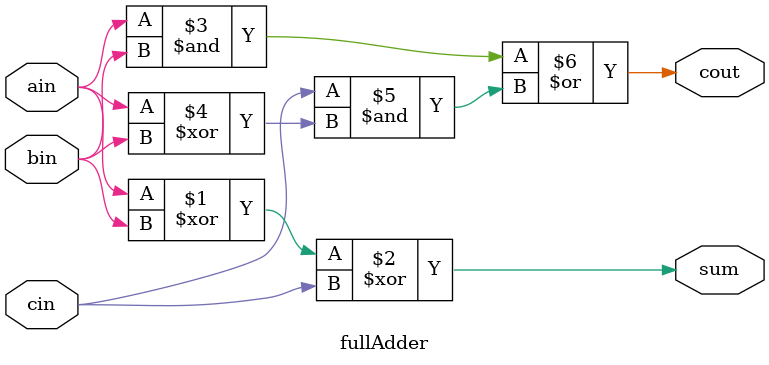
<source format=v>
module fullAdder (

	output cout,
	output sum,
	input ain,
	input bin,
	input cin

);

assign sum =  ain ^ bin ^ cin;						// These two equations are the
assign cout = (ain & bin) | (cin & (ain ^ bin));// logical expression of a full adder.

endmodule 
</source>
